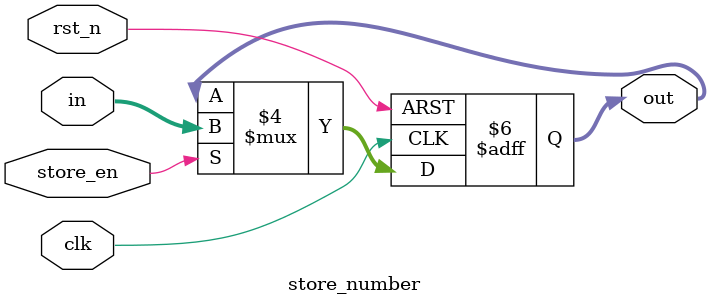
<source format=v>
`timescale 1ns / 1ps
module store_number(
	clk,
	rst_n,
	store_en,//from fsm
	in,//input
	out//output
);

	input clk;
	input rst_n;
	input [6:0]in;
	input store_en;
	
	output reg [6:0]out;
	
always@(posedge clk or negedge rst_n)
	if (~rst_n)
		out <= 7'd0;
	else if ( store_en )
		out <= in;
	else 
		out <= out;


endmodule

</source>
